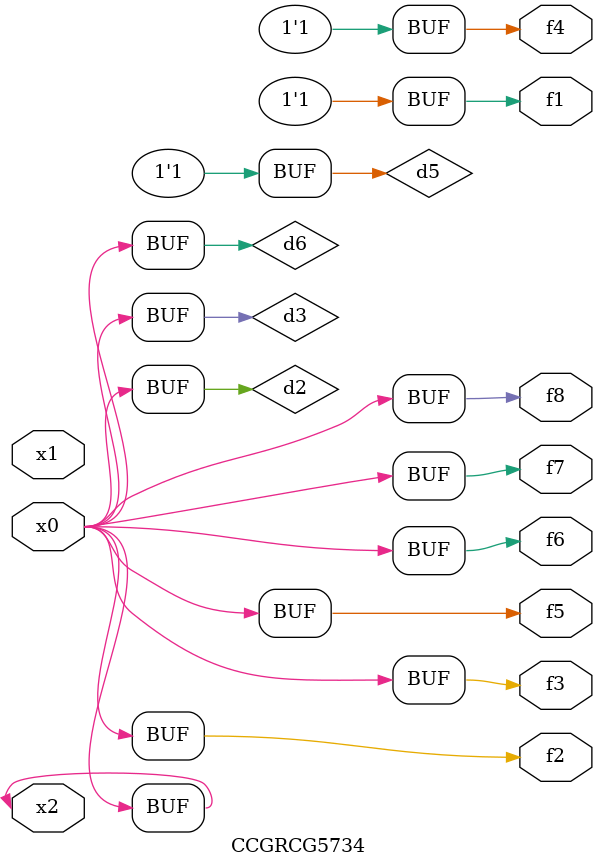
<source format=v>
module CCGRCG5734(
	input x0, x1, x2,
	output f1, f2, f3, f4, f5, f6, f7, f8
);

	wire d1, d2, d3, d4, d5, d6;

	xnor (d1, x2);
	buf (d2, x0, x2);
	and (d3, x0);
	xnor (d4, x1, x2);
	nand (d5, d1, d3);
	buf (d6, d2, d3);
	assign f1 = d5;
	assign f2 = d6;
	assign f3 = d6;
	assign f4 = d5;
	assign f5 = d6;
	assign f6 = d6;
	assign f7 = d6;
	assign f8 = d6;
endmodule

</source>
